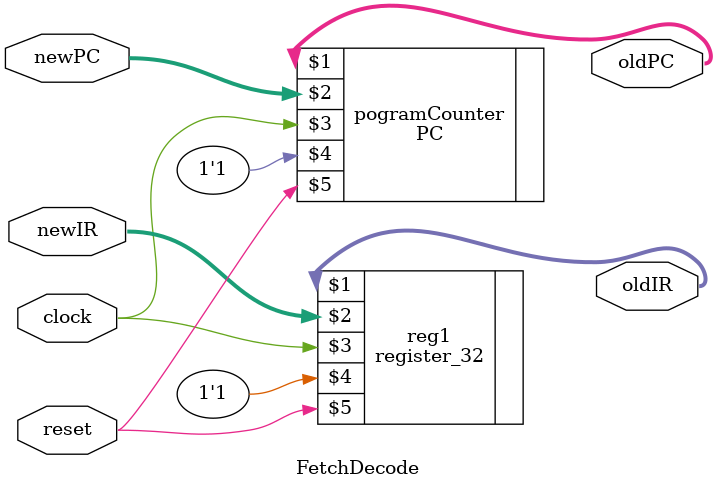
<source format=v>
module FetchDecode(
    output [31:0] oldIR, oldPC,
    input [31:0] newIR, newPC,
    input clock, reset);

    register_32 reg1(oldIR, newIR, clock, 1'b1, reset);
    PC pogramCounter(oldPC, newPC, clock, 1'b1, reset);
endmodule

</source>
